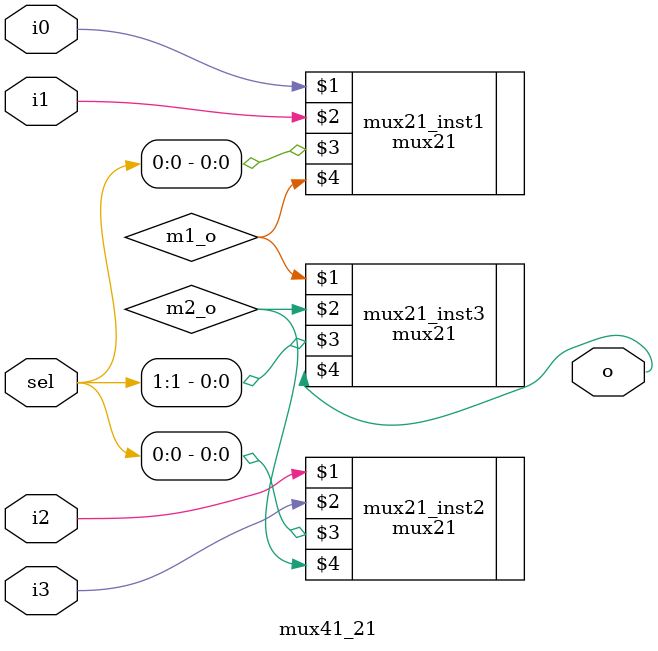
<source format=v>
module mux41_21(i0,i1,i2,i3,sel,o);
input i0,i1,i2,i3;
input [1:0]sel;
output o;

wire m1_o,m2_o;

mux21 mux21_inst1(i0,i1,sel[0],m1_o);
mux21 mux21_inst2(i2,i3,sel[0],m2_o);
mux21 mux21_inst3(m1_o,m2_o,sel[1],o);

endmodule


</source>
